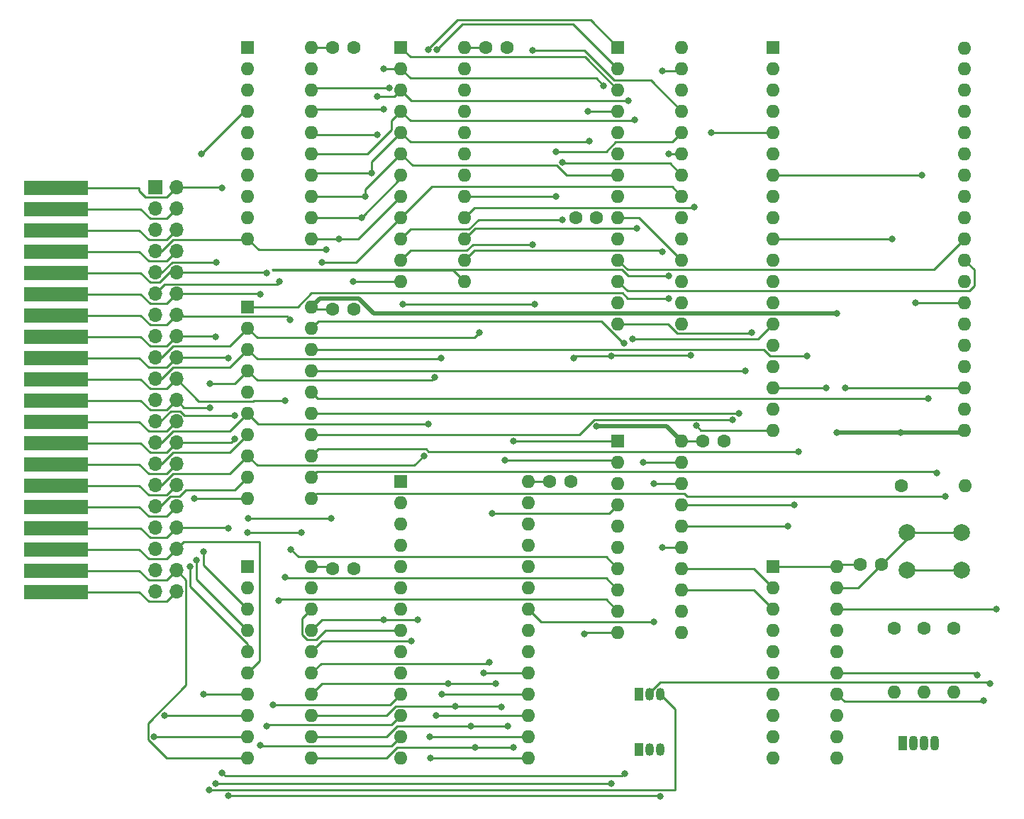
<source format=gbr>
%TF.GenerationSoftware,KiCad,Pcbnew,(5.1.10)-1*%
%TF.CreationDate,2021-06-27T11:46:23-07:00*%
%TF.ProjectId,TRS-IO-M1,5452532d-494f-42d4-9d31-2e6b69636164,rev?*%
%TF.SameCoordinates,Original*%
%TF.FileFunction,Copper,L1,Top*%
%TF.FilePolarity,Positive*%
%FSLAX46Y46*%
G04 Gerber Fmt 4.6, Leading zero omitted, Abs format (unit mm)*
G04 Created by KiCad (PCBNEW (5.1.10)-1) date 2021-06-27 11:46:23*
%MOMM*%
%LPD*%
G01*
G04 APERTURE LIST*
%TA.AperFunction,ComponentPad*%
%ADD10O,1.600000X1.600000*%
%TD*%
%TA.AperFunction,ComponentPad*%
%ADD11R,1.600000X1.600000*%
%TD*%
%TA.AperFunction,ComponentPad*%
%ADD12C,2.000000*%
%TD*%
%TA.AperFunction,ComponentPad*%
%ADD13C,1.600000*%
%TD*%
%TA.AperFunction,ComponentPad*%
%ADD14R,1.050000X1.500000*%
%TD*%
%TA.AperFunction,ComponentPad*%
%ADD15O,1.050000X1.500000*%
%TD*%
%TA.AperFunction,ConnectorPad*%
%ADD16R,7.620000X1.778000*%
%TD*%
%TA.AperFunction,ComponentPad*%
%ADD17O,1.700000X1.700000*%
%TD*%
%TA.AperFunction,ComponentPad*%
%ADD18R,1.700000X1.700000*%
%TD*%
%TA.AperFunction,ComponentPad*%
%ADD19O,1.070000X1.800000*%
%TD*%
%TA.AperFunction,ComponentPad*%
%ADD20R,1.070000X1.800000*%
%TD*%
%TA.AperFunction,ViaPad*%
%ADD21C,0.800000*%
%TD*%
%TA.AperFunction,Conductor*%
%ADD22C,0.500380*%
%TD*%
%TA.AperFunction,Conductor*%
%ADD23C,0.250000*%
%TD*%
G04 APERTURE END LIST*
D10*
%TO.P,U9,20*%
%TO.N,+5V*%
X181737000Y-99009200D03*
%TO.P,U9,10*%
%TO.N,GND*%
X174117000Y-121869200D03*
%TO.P,U9,19*%
%TO.N,SRAM_WE_N*%
X181737000Y-101549200D03*
%TO.P,U9,9*%
%TO.N,OUT_N*%
X174117000Y-119329200D03*
%TO.P,U9,18*%
%TO.N,SRAM_OE_N*%
X181737000Y-104089200D03*
%TO.P,U9,8*%
%TO.N,IN_N*%
X174117000Y-116789200D03*
%TO.P,U9,17*%
%TO.N,S1*%
X181737000Y-106629200D03*
%TO.P,U9,7*%
%TO.N,WR_N*%
X174117000Y-114249200D03*
%TO.P,U9,16*%
%TO.N,S0*%
X181737000Y-109169200D03*
%TO.P,U9,6*%
%TO.N,RD_N*%
X174117000Y-111709200D03*
%TO.P,U9,15*%
%TO.N,DBUS_SEL_N*%
X181737000Y-111709200D03*
%TO.P,U9,5*%
%TO.N,RAS_N*%
X174117000Y-109169200D03*
%TO.P,U9,14*%
%TO.N,ESP_SEL_N*%
X181737000Y-114249200D03*
%TO.P,U9,4*%
%TO.N,ADDR_1*%
X174117000Y-106629200D03*
%TO.P,U9,13*%
%TO.N,READ_N*%
X181737000Y-116789200D03*
%TO.P,U9,3*%
%TO.N,ADDR_0*%
X174117000Y-104089200D03*
%TO.P,U9,12*%
%TO.N,WAIT*%
X181737000Y-119329200D03*
%TO.P,U9,2*%
%TO.N,ADDR_FREHD*%
X174117000Y-101549200D03*
%TO.P,U9,11*%
%TO.N,ESP_WAIT_RELEASE_N*%
X181737000Y-121869200D03*
D11*
%TO.P,U9,1*%
%TO.N,ADDR_TRS_IO*%
X174117000Y-99009200D03*
%TD*%
D10*
%TO.P,U8,24*%
%TO.N,+5V*%
X155829000Y-52019200D03*
%TO.P,U8,12*%
%TO.N,GND*%
X148209000Y-79959200D03*
%TO.P,U8,23*%
%TO.N,Net-(U8-Pad23)*%
X155829000Y-54559200D03*
%TO.P,U8,11*%
%TO.N,AA4*%
X148209000Y-77419200D03*
%TO.P,U8,22*%
%TO.N,Net-(U8-Pad22)*%
X155829000Y-57099200D03*
%TO.P,U8,10*%
%TO.N,AA1*%
X148209000Y-74879200D03*
%TO.P,U8,21*%
%TO.N,ADDR_TRS_IO*%
X155829000Y-59639200D03*
%TO.P,U8,9*%
%TO.N,AA0*%
X148209000Y-72339200D03*
%TO.P,U8,20*%
%TO.N,ADDR_FREHD*%
X155829000Y-62179200D03*
%TO.P,U8,8*%
%TO.N,AA9*%
X148209000Y-69799200D03*
%TO.P,U8,19*%
%TO.N,ADDR_0*%
X155829000Y-64719200D03*
%TO.P,U8,7*%
%TO.N,AA8*%
X148209000Y-67259200D03*
%TO.P,U8,18*%
%TO.N,ADDR_1*%
X155829000Y-67259200D03*
%TO.P,U8,6*%
%TO.N,AA14*%
X148209000Y-64719200D03*
%TO.P,U8,17*%
%TO.N,AA3*%
X155829000Y-69799200D03*
%TO.P,U8,5*%
%TO.N,AA11*%
X148209000Y-62179200D03*
%TO.P,U8,16*%
%TO.N,AA5*%
X155829000Y-72339200D03*
%TO.P,U8,4*%
%TO.N,AA15*%
X148209000Y-59639200D03*
%TO.P,U8,15*%
%TO.N,AA7*%
X155829000Y-74879200D03*
%TO.P,U8,3*%
%TO.N,AA13*%
X148209000Y-57099200D03*
%TO.P,U8,14*%
%TO.N,AA6*%
X155829000Y-77419200D03*
%TO.P,U8,2*%
%TO.N,AA12*%
X148209000Y-54559200D03*
%TO.P,U8,13*%
%TO.N,AA2*%
X155829000Y-79959200D03*
D11*
%TO.P,U8,1*%
%TO.N,AA10*%
X148209000Y-52019200D03*
%TD*%
D10*
%TO.P,U7,20*%
%TO.N,+3V3*%
X200279000Y-113995200D03*
%TO.P,U7,10*%
%TO.N,GND*%
X192659000Y-136855200D03*
%TO.P,U7,19*%
X200279000Y-116535200D03*
%TO.P,U7,9*%
%TO.N,Net-(U7-Pad9)*%
X192659000Y-134315200D03*
%TO.P,U7,18*%
%TO.N,ESP3_SEL_N*%
X200279000Y-119075200D03*
%TO.P,U7,8*%
%TO.N,Net-(U7-Pad8)*%
X192659000Y-131775200D03*
%TO.P,U7,17*%
%TO.N,ESP_READ_N*%
X200279000Y-121615200D03*
%TO.P,U7,7*%
%TO.N,Net-(U7-Pad7)*%
X192659000Y-129235200D03*
%TO.P,U7,16*%
%TO.N,ESP_MISO*%
X200279000Y-124155200D03*
%TO.P,U7,6*%
%TO.N,S1*%
X192659000Y-126695200D03*
%TO.P,U7,15*%
%TO.N,ESP_S0*%
X200279000Y-126695200D03*
%TO.P,U7,5*%
%TO.N,S0*%
X192659000Y-124155200D03*
%TO.P,U7,14*%
%TO.N,ESP_S1*%
X200279000Y-129235200D03*
%TO.P,U7,4*%
%TO.N,MISO*%
X192659000Y-121615200D03*
%TO.P,U7,13*%
%TO.N,Net-(U7-Pad13)*%
X200279000Y-131775200D03*
%TO.P,U7,3*%
%TO.N,READ_N*%
X192659000Y-119075200D03*
%TO.P,U7,12*%
%TO.N,Net-(U7-Pad12)*%
X200279000Y-134315200D03*
%TO.P,U7,2*%
%TO.N,ESP_SEL_N*%
X192659000Y-116535200D03*
%TO.P,U7,11*%
%TO.N,Net-(U7-Pad11)*%
X200279000Y-136855200D03*
D11*
%TO.P,U7,1*%
%TO.N,+3V3*%
X192659000Y-113995200D03*
%TD*%
D10*
%TO.P,U6,20*%
%TO.N,+5V*%
X137541000Y-113995200D03*
%TO.P,U6,10*%
%TO.N,GND*%
X129921000Y-136855200D03*
%TO.P,U6,19*%
X137541000Y-116535200D03*
%TO.P,U6,9*%
%TO.N,A2*%
X129921000Y-134315200D03*
%TO.P,U6,18*%
%TO.N,AA0*%
X137541000Y-119075200D03*
%TO.P,U6,8*%
%TO.N,A6*%
X129921000Y-131775200D03*
%TO.P,U6,17*%
%TO.N,AA1*%
X137541000Y-121615200D03*
%TO.P,U6,7*%
%TO.N,A7*%
X129921000Y-129235200D03*
%TO.P,U6,16*%
%TO.N,AA4*%
X137541000Y-124155200D03*
%TO.P,U6,6*%
%TO.N,A5*%
X129921000Y-126695200D03*
%TO.P,U6,15*%
%TO.N,AA3*%
X137541000Y-126695200D03*
%TO.P,U6,5*%
%TO.N,A3*%
X129921000Y-124155200D03*
%TO.P,U6,14*%
%TO.N,AA5*%
X137541000Y-129235200D03*
%TO.P,U6,4*%
%TO.N,A4*%
X129921000Y-121615200D03*
%TO.P,U6,13*%
%TO.N,AA7*%
X137541000Y-131775200D03*
%TO.P,U6,3*%
%TO.N,A1*%
X129921000Y-119075200D03*
%TO.P,U6,12*%
%TO.N,AA6*%
X137541000Y-134315200D03*
%TO.P,U6,2*%
%TO.N,A0*%
X129921000Y-116535200D03*
%TO.P,U6,11*%
%TO.N,AA2*%
X137541000Y-136855200D03*
D11*
%TO.P,U6,1*%
%TO.N,+5V*%
X129921000Y-113995200D03*
%TD*%
D10*
%TO.P,U5,20*%
%TO.N,+5V*%
X137541000Y-52019200D03*
%TO.P,U5,10*%
%TO.N,GND*%
X129921000Y-74879200D03*
%TO.P,U5,19*%
X137541000Y-54559200D03*
%TO.P,U5,9*%
%TO.N,A9*%
X129921000Y-72339200D03*
%TO.P,U5,18*%
%TO.N,AA10*%
X137541000Y-57099200D03*
%TO.P,U5,8*%
%TO.N,A8*%
X129921000Y-69799200D03*
%TO.P,U5,17*%
%TO.N,AA12*%
X137541000Y-59639200D03*
%TO.P,U5,7*%
%TO.N,A14*%
X129921000Y-67259200D03*
%TO.P,U5,16*%
%TO.N,AA13*%
X137541000Y-62179200D03*
%TO.P,U5,6*%
%TO.N,A11*%
X129921000Y-64719200D03*
%TO.P,U5,15*%
%TO.N,AA15*%
X137541000Y-64719200D03*
%TO.P,U5,5*%
%TO.N,A15*%
X129921000Y-62179200D03*
%TO.P,U5,14*%
%TO.N,AA11*%
X137541000Y-67259200D03*
%TO.P,U5,4*%
%TO.N,A13*%
X129921000Y-59639200D03*
%TO.P,U5,13*%
%TO.N,AA14*%
X137541000Y-69799200D03*
%TO.P,U5,3*%
%TO.N,A12*%
X129921000Y-57099200D03*
%TO.P,U5,12*%
%TO.N,AA8*%
X137541000Y-72339200D03*
%TO.P,U5,2*%
%TO.N,A10*%
X129921000Y-54559200D03*
%TO.P,U5,11*%
%TO.N,AA9*%
X137541000Y-74879200D03*
D11*
%TO.P,U5,1*%
%TO.N,+5V*%
X129921000Y-52019200D03*
%TD*%
D10*
%TO.P,U4,20*%
%TO.N,+3V3*%
X137541000Y-83007200D03*
%TO.P,U4,10*%
%TO.N,GND*%
X129921000Y-105867200D03*
%TO.P,U4,19*%
%TO.N,DBUS_SEL_N*%
X137541000Y-85547200D03*
%TO.P,U4,9*%
%TO.N,D2*%
X129921000Y-103327200D03*
%TO.P,U4,18*%
%TO.N,DD4*%
X137541000Y-88087200D03*
%TO.P,U4,8*%
%TO.N,D0*%
X129921000Y-100787200D03*
%TO.P,U4,17*%
%TO.N,DD7*%
X137541000Y-90627200D03*
%TO.P,U4,7*%
%TO.N,D5*%
X129921000Y-98247200D03*
%TO.P,U4,16*%
%TO.N,DD1*%
X137541000Y-93167200D03*
%TO.P,U4,6*%
%TO.N,D3*%
X129921000Y-95707200D03*
%TO.P,U4,15*%
%TO.N,DD6*%
X137541000Y-95707200D03*
%TO.P,U4,5*%
%TO.N,D6*%
X129921000Y-93167200D03*
%TO.P,U4,14*%
%TO.N,DD3*%
X137541000Y-98247200D03*
%TO.P,U4,4*%
%TO.N,D1*%
X129921000Y-90627200D03*
%TO.P,U4,13*%
%TO.N,DD5*%
X137541000Y-100787200D03*
%TO.P,U4,3*%
%TO.N,D7*%
X129921000Y-88087200D03*
%TO.P,U4,12*%
%TO.N,DD0*%
X137541000Y-103327200D03*
%TO.P,U4,2*%
%TO.N,D4*%
X129921000Y-85547200D03*
%TO.P,U4,11*%
%TO.N,DD2*%
X137541000Y-105867200D03*
D11*
%TO.P,U4,1*%
%TO.N,READ_N*%
X129921000Y-83007200D03*
%TD*%
D10*
%TO.P,U3,28*%
%TO.N,AA7*%
X181737000Y-52019200D03*
%TO.P,U3,14*%
%TO.N,MISO*%
X174117000Y-85039200D03*
%TO.P,U3,27*%
%TO.N,AA6*%
X181737000Y-54559200D03*
%TO.P,U3,13*%
%TO.N,MOSI*%
X174117000Y-82499200D03*
%TO.P,U3,26*%
%TO.N,AA5*%
X181737000Y-57099200D03*
%TO.P,U3,12*%
%TO.N,SCK*%
X174117000Y-79959200D03*
%TO.P,U3,25*%
%TO.N,AA4*%
X181737000Y-59639200D03*
%TO.P,U3,11*%
%TO.N,CS23S17*%
X174117000Y-77419200D03*
%TO.P,U3,24*%
%TO.N,AA3*%
X181737000Y-62179200D03*
%TO.P,U3,10*%
%TO.N,GND*%
X174117000Y-74879200D03*
%TO.P,U3,23*%
%TO.N,AA2*%
X181737000Y-64719200D03*
%TO.P,U3,9*%
%TO.N,+5V*%
X174117000Y-72339200D03*
%TO.P,U3,22*%
%TO.N,AA1*%
X181737000Y-67259200D03*
%TO.P,U3,8*%
%TO.N,AA15*%
X174117000Y-69799200D03*
%TO.P,U3,21*%
%TO.N,AA0*%
X181737000Y-69799200D03*
%TO.P,U3,7*%
%TO.N,AA14*%
X174117000Y-67259200D03*
%TO.P,U3,20*%
%TO.N,Net-(U3-Pad20)*%
X181737000Y-72339200D03*
%TO.P,U3,6*%
%TO.N,AA13*%
X174117000Y-64719200D03*
%TO.P,U3,19*%
%TO.N,Net-(U3-Pad19)*%
X181737000Y-74879200D03*
%TO.P,U3,5*%
%TO.N,AA12*%
X174117000Y-62179200D03*
%TO.P,U3,18*%
%TO.N,+5V*%
X181737000Y-77419200D03*
%TO.P,U3,4*%
%TO.N,AA11*%
X174117000Y-59639200D03*
%TO.P,U3,17*%
%TO.N,GND*%
X181737000Y-79959200D03*
%TO.P,U3,3*%
%TO.N,AA10*%
X174117000Y-57099200D03*
%TO.P,U3,16*%
%TO.N,GND*%
X181737000Y-82499200D03*
%TO.P,U3,2*%
%TO.N,AA9*%
X174117000Y-54559200D03*
%TO.P,U3,15*%
%TO.N,GND*%
X181737000Y-85039200D03*
D11*
%TO.P,U3,1*%
%TO.N,AA8*%
X174117000Y-52019200D03*
%TD*%
D10*
%TO.P,U2,28*%
%TO.N,+5V*%
X163399000Y-103845200D03*
%TO.P,U2,14*%
%TO.N,GND*%
X148159000Y-136865200D03*
%TO.P,U2,27*%
%TO.N,SRAM_WE_N*%
X163399000Y-106385200D03*
%TO.P,U2,13*%
%TO.N,D2*%
X148159000Y-134325200D03*
%TO.P,U2,26*%
%TO.N,AA3*%
X163399000Y-108925200D03*
%TO.P,U2,12*%
%TO.N,D5*%
X148159000Y-131785200D03*
%TO.P,U2,25*%
%TO.N,AA5*%
X163399000Y-111465200D03*
%TO.P,U2,11*%
%TO.N,D6*%
X148159000Y-129245200D03*
%TO.P,U2,24*%
%TO.N,AA7*%
X163399000Y-114005200D03*
%TO.P,U2,10*%
%TO.N,AA4*%
X148159000Y-126705200D03*
%TO.P,U2,23*%
%TO.N,AA6*%
X163399000Y-116545200D03*
%TO.P,U2,9*%
%TO.N,AA1*%
X148159000Y-124165200D03*
%TO.P,U2,22*%
%TO.N,SRAM_OE_N*%
X163399000Y-119085200D03*
%TO.P,U2,8*%
%TO.N,AA0*%
X148159000Y-121625200D03*
%TO.P,U2,21*%
%TO.N,AA2*%
X163399000Y-121625200D03*
%TO.P,U2,7*%
%TO.N,AA9*%
X148159000Y-119085200D03*
%TO.P,U2,20*%
%TO.N,GND*%
X163399000Y-124165200D03*
%TO.P,U2,6*%
%TO.N,AA8*%
X148159000Y-116545200D03*
%TO.P,U2,19*%
%TO.N,D4*%
X163399000Y-126705200D03*
%TO.P,U2,5*%
%TO.N,AA14*%
X148159000Y-114005200D03*
%TO.P,U2,18*%
%TO.N,D7*%
X163399000Y-129245200D03*
%TO.P,U2,4*%
%TO.N,AA11*%
X148159000Y-111465200D03*
%TO.P,U2,17*%
%TO.N,D1*%
X163399000Y-131785200D03*
%TO.P,U2,3*%
%TO.N,AA13*%
X148159000Y-108925200D03*
%TO.P,U2,16*%
%TO.N,D3*%
X163399000Y-134325200D03*
%TO.P,U2,2*%
%TO.N,AA12*%
X148159000Y-106385200D03*
%TO.P,U2,15*%
%TO.N,D0*%
X163399000Y-136865200D03*
D11*
%TO.P,U2,1*%
%TO.N,AA10*%
X148159000Y-103845200D03*
%TD*%
D10*
%TO.P,U1,38*%
%TO.N,+5V*%
X215519000Y-52082700D03*
%TO.P,U1,37*%
%TO.N,Net-(U1-Pad37)*%
X215519000Y-54559200D03*
%TO.P,U1,19*%
%TO.N,GND*%
X192659000Y-97739200D03*
%TO.P,U1,36*%
%TO.N,Net-(U1-Pad36)*%
X215519000Y-57099200D03*
%TO.P,U1,18*%
%TO.N,Net-(U1-Pad18)*%
X192659000Y-95199200D03*
%TO.P,U1,35*%
%TO.N,Net-(U1-Pad35)*%
X215519000Y-59639200D03*
%TO.P,U1,17*%
%TO.N,ESP_MISO*%
X192659000Y-92659200D03*
%TO.P,U1,34*%
%TO.N,DD1*%
X215519000Y-62179200D03*
%TO.P,U1,16*%
%TO.N,Net-(U1-Pad16)*%
X192659000Y-90119200D03*
%TO.P,U1,33*%
%TO.N,GND*%
X215519000Y-64719200D03*
%TO.P,U1,15*%
%TO.N,Net-(U1-Pad15)*%
X192659000Y-87579200D03*
%TO.P,U1,32*%
%TO.N,DD0*%
X215519000Y-67259200D03*
%TO.P,U1,14*%
%TO.N,MOSI*%
X192659000Y-85039200D03*
%TO.P,U1,31*%
%TO.N,DD2*%
X215519000Y-69799200D03*
%TO.P,U1,13*%
%TO.N,GND*%
X192659000Y-82499200D03*
%TO.P,U1,30*%
%TO.N,ESP3_SEL_N*%
X215519000Y-72339200D03*
%TO.P,U1,12*%
%TO.N,DD7*%
X192659000Y-79959200D03*
%TO.P,U1,29*%
%TO.N,CS23S17*%
X215519000Y-74879200D03*
%TO.P,U1,11*%
%TO.N,DD6*%
X192659000Y-77419200D03*
%TO.P,U1,28*%
%TO.N,SCK*%
X215519000Y-77419200D03*
%TO.P,U1,10*%
%TO.N,LED_RED*%
X192659000Y-74879200D03*
%TO.P,U1,27*%
%TO.N,ESP_INT*%
X215519000Y-79959200D03*
%TO.P,U1,9*%
%TO.N,DD5*%
X192659000Y-72339200D03*
%TO.P,U1,26*%
%TO.N,LED_BLUE*%
X215519000Y-82499200D03*
%TO.P,U1,8*%
%TO.N,DD4*%
X192659000Y-69799200D03*
%TO.P,U1,25*%
%TO.N,ESP_S1*%
X215519000Y-85039200D03*
%TO.P,U1,7*%
%TO.N,LED_GREEN*%
X192659000Y-67259200D03*
%TO.P,U1,24*%
%TO.N,ESP_S0*%
X215519000Y-87579200D03*
%TO.P,U1,6*%
%TO.N,Net-(U1-Pad6)*%
X192659000Y-64719200D03*
%TO.P,U1,23*%
%TO.N,BUTTON*%
X215519000Y-90119200D03*
%TO.P,U1,5*%
%TO.N,ESP_WAIT_RELEASE_N*%
X192659000Y-62179200D03*
%TO.P,U1,22*%
%TO.N,ESP_READ_N*%
X215519000Y-92659200D03*
%TO.P,U1,4*%
%TO.N,DD3*%
X192659000Y-59639200D03*
%TO.P,U1,21*%
%TO.N,Net-(U1-Pad21)*%
X215519000Y-95199200D03*
%TO.P,U1,3*%
%TO.N,Net-(U1-Pad3)*%
X192659000Y-57099200D03*
%TO.P,U1,20*%
%TO.N,+3V3*%
X215519000Y-97739200D03*
%TO.P,U1,2*%
%TO.N,Net-(U1-Pad2)*%
X192659000Y-54559200D03*
D11*
%TO.P,U1,1*%
%TO.N,Net-(U1-Pad1)*%
X192659000Y-52019200D03*
%TD*%
D12*
%TO.P,SW1,1*%
%TO.N,GND*%
X215132500Y-109931200D03*
%TO.P,SW1,2*%
%TO.N,BUTTON*%
X215132500Y-114431200D03*
%TO.P,SW1,1*%
%TO.N,GND*%
X208632500Y-109931200D03*
%TO.P,SW1,2*%
%TO.N,BUTTON*%
X208632500Y-114431200D03*
%TD*%
D10*
%TO.P,R4,2*%
%TO.N,BUTTON*%
X215582500Y-104343200D03*
D13*
%TO.P,R4,1*%
%TO.N,+3V3*%
X207962500Y-104343200D03*
%TD*%
D10*
%TO.P,R3,2*%
%TO.N,Net-(D1-Pad3)*%
X210693000Y-128981200D03*
D13*
%TO.P,R3,1*%
%TO.N,LED_BLUE*%
X210693000Y-121361200D03*
%TD*%
D10*
%TO.P,R2,2*%
%TO.N,Net-(D1-Pad4)*%
X214249000Y-128981200D03*
D13*
%TO.P,R2,1*%
%TO.N,LED_GREEN*%
X214249000Y-121361200D03*
%TD*%
D10*
%TO.P,R1,2*%
%TO.N,Net-(D1-Pad1)*%
X207137000Y-128981200D03*
D13*
%TO.P,R1,1*%
%TO.N,LED_RED*%
X207137000Y-121361200D03*
%TD*%
D14*
%TO.P,Q2,1*%
%TO.N,GND*%
X176657000Y-129235200D03*
D15*
%TO.P,Q2,3*%
%TO.N,INT_N*%
X179197000Y-129235200D03*
%TO.P,Q2,2*%
%TO.N,ESP_INT*%
X177927000Y-129235200D03*
%TD*%
D14*
%TO.P,Q1,1*%
%TO.N,GND*%
X176657000Y-135839200D03*
D15*
%TO.P,Q1,3*%
%TO.N,WAIT_N*%
X179197000Y-135839200D03*
%TO.P,Q1,2*%
%TO.N,WAIT*%
X177927000Y-135839200D03*
%TD*%
D16*
%TO.P,J2,2*%
%TO.N,RAS_N*%
X107061000Y-68783200D03*
%TO.P,J2,4*%
%TO.N,CAS_N*%
X107061000Y-71323200D03*
%TO.P,J2,6*%
%TO.N,A12*%
X107061000Y-73863200D03*
%TO.P,J2,8*%
%TO.N,A15*%
X107061000Y-76403200D03*
%TO.P,J2,10*%
%TO.N,A11*%
X107061000Y-78943200D03*
%TO.P,J2,12*%
%TO.N,A8*%
X107061000Y-81483200D03*
%TO.P,J2,14*%
%TO.N,WR_N*%
X107061000Y-84023200D03*
%TO.P,J2,16*%
%TO.N,RD_N*%
X107061000Y-86563200D03*
%TO.P,J2,18*%
%TO.N,A9*%
X107061000Y-89103200D03*
%TO.P,J2,20*%
%TO.N,IN_N*%
X107061000Y-91643200D03*
%TO.P,J2,22*%
%TO.N,INT_N*%
X107061000Y-94183200D03*
%TO.P,J2,24*%
%TO.N,TEST_N*%
X107061000Y-96723200D03*
%TO.P,J2,26*%
%TO.N,A0*%
X107061000Y-99263200D03*
%TO.P,J2,28*%
%TO.N,A1*%
X107061000Y-101803200D03*
%TO.P,J2,30*%
%TO.N,GND*%
X107061000Y-104343200D03*
%TO.P,J2,32*%
%TO.N,A4*%
X107061000Y-106883200D03*
%TO.P,J2,34*%
%TO.N,WAIT_N*%
X107061000Y-109423200D03*
%TO.P,J2,36*%
%TO.N,A5*%
X107061000Y-111963200D03*
%TO.P,J2,38*%
%TO.N,GND*%
X107061000Y-114503200D03*
%TO.P,J2,40*%
%TO.N,5V*%
X107061000Y-117043200D03*
%TD*%
D17*
%TO.P,J1,40*%
%TO.N,5V*%
X121379000Y-117019200D03*
%TO.P,J1,39*%
%TO.N,A2*%
X118839000Y-117019200D03*
%TO.P,J1,38*%
%TO.N,GND*%
X121379000Y-114479200D03*
%TO.P,J1,37*%
%TO.N,A6*%
X118839000Y-114479200D03*
%TO.P,J1,36*%
%TO.N,A5*%
X121379000Y-111939200D03*
%TO.P,J1,35*%
%TO.N,A7*%
X118839000Y-111939200D03*
%TO.P,J1,34*%
%TO.N,WAIT_N*%
X121379000Y-109399200D03*
%TO.P,J1,33*%
%TO.N,A3*%
X118839000Y-109399200D03*
%TO.P,J1,32*%
%TO.N,A4*%
X121379000Y-106859200D03*
%TO.P,J1,31*%
%TO.N,D2*%
X118839000Y-106859200D03*
%TO.P,J1,30*%
%TO.N,GND*%
X121379000Y-104319200D03*
%TO.P,J1,29*%
%TO.N,D0*%
X118839000Y-104319200D03*
%TO.P,J1,28*%
%TO.N,A1*%
X121379000Y-101779200D03*
%TO.P,J1,27*%
%TO.N,D5*%
X118839000Y-101779200D03*
%TO.P,J1,26*%
%TO.N,A0*%
X121379000Y-99239200D03*
%TO.P,J1,25*%
%TO.N,D3*%
X118839000Y-99239200D03*
%TO.P,J1,24*%
%TO.N,TEST_N*%
X121379000Y-96699200D03*
%TO.P,J1,23*%
%TO.N,D6*%
X118839000Y-96699200D03*
%TO.P,J1,22*%
%TO.N,INT_N*%
X121379000Y-94159200D03*
%TO.P,J1,21*%
%TO.N,D1*%
X118839000Y-94159200D03*
%TO.P,J1,20*%
%TO.N,IN_N*%
X121379000Y-91619200D03*
%TO.P,J1,19*%
%TO.N,D7*%
X118839000Y-91619200D03*
%TO.P,J1,18*%
%TO.N,A9*%
X121379000Y-89079200D03*
%TO.P,J1,17*%
%TO.N,D4*%
X118839000Y-89079200D03*
%TO.P,J1,16*%
%TO.N,RD_N*%
X121379000Y-86539200D03*
%TO.P,J1,15*%
%TO.N,MUX*%
X118839000Y-86539200D03*
%TO.P,J1,14*%
%TO.N,WR_N*%
X121379000Y-83999200D03*
%TO.P,J1,13*%
%TO.N,INTACK_N*%
X118839000Y-83999200D03*
%TO.P,J1,12*%
%TO.N,A8*%
X121379000Y-81459200D03*
%TO.P,J1,11*%
%TO.N,OUT_N*%
X118839000Y-81459200D03*
%TO.P,J1,10*%
%TO.N,A11*%
X121379000Y-78919200D03*
%TO.P,J1,9*%
%TO.N,A14*%
X118839000Y-78919200D03*
%TO.P,J1,8*%
%TO.N,A15*%
X121379000Y-76379200D03*
%TO.P,J1,7*%
%TO.N,GND*%
X118839000Y-76379200D03*
%TO.P,J1,6*%
%TO.N,A12*%
X121379000Y-73839200D03*
%TO.P,J1,5*%
%TO.N,A13*%
X118839000Y-73839200D03*
%TO.P,J1,4*%
%TO.N,CAS_N*%
X121379000Y-71299200D03*
%TO.P,J1,3*%
%TO.N,A10*%
X118839000Y-71299200D03*
%TO.P,J1,2*%
%TO.N,RAS_N*%
X121379000Y-68759200D03*
D18*
%TO.P,J1,1*%
%TO.N,SYSRES_N*%
X118839000Y-68759200D03*
%TD*%
D19*
%TO.P,D1,4*%
%TO.N,Net-(D1-Pad4)*%
X211963000Y-135077200D03*
%TO.P,D1,3*%
%TO.N,Net-(D1-Pad3)*%
X210693000Y-135077200D03*
%TO.P,D1,2*%
%TO.N,GND*%
X209423000Y-135077200D03*
D20*
%TO.P,D1,1*%
%TO.N,Net-(D1-Pad1)*%
X208153000Y-135077200D03*
%TD*%
D13*
%TO.P,C8,2*%
%TO.N,GND*%
X160869000Y-52019200D03*
%TO.P,C8,1*%
%TO.N,+5V*%
X158369000Y-52019200D03*
%TD*%
%TO.P,C7,2*%
%TO.N,GND*%
X142581000Y-52019200D03*
%TO.P,C7,1*%
%TO.N,+5V*%
X140081000Y-52019200D03*
%TD*%
%TO.P,C6,2*%
%TO.N,GND*%
X142581000Y-114249200D03*
%TO.P,C6,1*%
%TO.N,+5V*%
X140081000Y-114249200D03*
%TD*%
%TO.P,C5,2*%
%TO.N,GND*%
X205573000Y-113741200D03*
%TO.P,C5,1*%
%TO.N,+3V3*%
X203073000Y-113741200D03*
%TD*%
%TO.P,C4,2*%
%TO.N,GND*%
X142581000Y-83261200D03*
%TO.P,C4,1*%
%TO.N,+3V3*%
X140081000Y-83261200D03*
%TD*%
%TO.P,C3,2*%
%TO.N,GND*%
X169077000Y-72339200D03*
%TO.P,C3,1*%
%TO.N,+5V*%
X171577000Y-72339200D03*
%TD*%
%TO.P,C2,2*%
%TO.N,GND*%
X186777000Y-99009200D03*
%TO.P,C2,1*%
%TO.N,+5V*%
X184277000Y-99009200D03*
%TD*%
%TO.P,C1,2*%
%TO.N,GND*%
X168489000Y-103835200D03*
%TO.P,C1,1*%
%TO.N,+5V*%
X165989000Y-103835200D03*
%TD*%
D21*
%TO.N,+5V*%
X171577000Y-97231200D03*
X129921000Y-109931200D03*
X136290809Y-109951009D03*
%TO.N,GND*%
X170103800Y-122097800D03*
X182829200Y-88812200D03*
X173278800Y-88900000D03*
X168859200Y-89154000D03*
X148412200Y-82651600D03*
X164134800Y-82677000D03*
X142519400Y-79984600D03*
X139268200Y-76200000D03*
X129946400Y-108229400D03*
X139877800Y-108254800D03*
X123571000Y-105867200D03*
X183464200Y-97194200D03*
%TO.N,+3V3*%
X200279000Y-97993200D03*
X200279000Y-83769200D03*
X207899000Y-97993200D03*
%TO.N,RAS_N*%
X126873000Y-68783200D03*
X174951002Y-138705202D03*
X126873000Y-138633200D03*
%TO.N,A13*%
X124346000Y-64719200D03*
%TO.N,A11*%
X132207000Y-78943200D03*
%TO.N,A14*%
X126148000Y-77673200D03*
%TO.N,A8*%
X131445000Y-81483200D03*
%TO.N,OUT_N*%
X133620000Y-118059200D03*
X133731000Y-79959200D03*
%TO.N,WR_N*%
X135070000Y-111963200D03*
X135001000Y-84531200D03*
%TO.N,RD_N*%
X126111000Y-86563200D03*
X126111000Y-139903200D03*
X173355000Y-139903200D03*
%TO.N,A9*%
X127635000Y-89103200D03*
%TO.N,D4*%
X158115000Y-126695200D03*
X157607000Y-86055200D03*
%TO.N,IN_N*%
X134345000Y-115265200D03*
X134345000Y-94183200D03*
%TO.N,D7*%
X153104000Y-129235200D03*
X153035000Y-89103200D03*
%TO.N,INT_N*%
X125386000Y-95017201D03*
X125349000Y-140665200D03*
%TO.N,D1*%
X152379000Y-131775200D03*
X152273000Y-91389200D03*
X125386000Y-92151200D03*
%TO.N,D6*%
X132895000Y-130505200D03*
X128397000Y-95961200D03*
%TO.N,A0*%
X128392347Y-98750547D03*
%TO.N,D3*%
X151654000Y-134315200D03*
X151511000Y-96977200D03*
%TO.N,A1*%
X124661000Y-112217200D03*
%TO.N,D5*%
X132170000Y-133045200D03*
%TO.N,D0*%
X151765000Y-136855200D03*
X150929000Y-100787200D03*
%TO.N,A4*%
X123825000Y-113233200D03*
%TO.N,D2*%
X131445000Y-135331200D03*
%TO.N,WAIT_N*%
X127635000Y-109423200D03*
X127635000Y-141390200D03*
X179197000Y-141427200D03*
%TO.N,A3*%
X123063000Y-113995200D03*
%TO.N,A7*%
X124661000Y-129235200D03*
%TO.N,A6*%
X120015000Y-131775200D03*
%TO.N,A2*%
X118745000Y-134315200D03*
%TO.N,ESP_INT*%
X218567000Y-127965200D03*
%TO.N,ESP_READ_N*%
X201295000Y-92659200D03*
%TO.N,ESP_S0*%
X217043000Y-126949200D03*
%TO.N,ESP_S1*%
X217805000Y-129997200D03*
%TO.N,ESP_WAIT_RELEASE_N*%
X185293000Y-62179200D03*
%TO.N,MOSI*%
X175895000Y-86817200D03*
%TO.N,ESP_MISO*%
X199009000Y-92659200D03*
%TO.N,ESP3_SEL_N*%
X219329000Y-119075200D03*
%TO.N,READ_N*%
X180213000Y-81991200D03*
%TO.N,MISO*%
X190119000Y-86092200D03*
%TO.N,S0*%
X194437000Y-109169200D03*
%TO.N,S1*%
X195199000Y-106629200D03*
%TO.N,DD3*%
X187833000Y-96469200D03*
%TO.N,DD4*%
X196723000Y-88849200D03*
%TO.N,DD5*%
X195707000Y-100279200D03*
%TO.N,DD6*%
X188595000Y-95707200D03*
%TO.N,DD7*%
X189357000Y-90627200D03*
%TO.N,DD2*%
X213233000Y-105613200D03*
%TO.N,DD0*%
X212217000Y-102819200D03*
%TO.N,DD1*%
X211201000Y-93929200D03*
%TO.N,AA14*%
X143965000Y-69799200D03*
%TO.N,AA12*%
X146177000Y-59385200D03*
X146111185Y-54559200D03*
X172427190Y-56591200D03*
%TO.N,AA7*%
X160221000Y-130759200D03*
X154713999Y-130660199D03*
X176403000Y-73609200D03*
%TO.N,AA6*%
X160946000Y-133045200D03*
X156554000Y-133045200D03*
X179451000Y-76403200D03*
X179451000Y-54813200D03*
%TO.N,AA5*%
X159496000Y-127965200D03*
X153829000Y-127965200D03*
X183261000Y-71069200D03*
%TO.N,AA4*%
X149479000Y-122885200D03*
X163957000Y-52419201D03*
X163957000Y-75569199D03*
%TO.N,AA3*%
X158771000Y-125425200D03*
X166751000Y-69799200D03*
X166751000Y-64465200D03*
%TO.N,AA10*%
X146836185Y-56824637D03*
%TO.N,AA2*%
X161671000Y-135585200D03*
X157099000Y-135585200D03*
X180213000Y-79269201D03*
X180213000Y-64719200D03*
%TO.N,SRAM_OE_N*%
X178435000Y-120599200D03*
X178435000Y-104089200D03*
%TO.N,AA1*%
X150204000Y-120345200D03*
X146177000Y-120345200D03*
X167513000Y-72593200D03*
X167513000Y-65735200D03*
%TO.N,AA11*%
X144690000Y-67005200D03*
X170726810Y-63195200D03*
X170561000Y-59639200D03*
%TO.N,AA0*%
X138811000Y-77673200D03*
%TO.N,AA9*%
X140843000Y-74879200D03*
X152527000Y-52273200D03*
%TO.N,AA8*%
X143514990Y-72339200D03*
X151511000Y-52273200D03*
%TO.N,AA13*%
X145415000Y-62433200D03*
X145386185Y-57861200D03*
X175387000Y-58369200D03*
%TO.N,SRAM_WE_N*%
X177165000Y-101549200D03*
%TO.N,AA15*%
X176112000Y-60655200D03*
%TO.N,DBUS_SEL_N*%
X174879000Y-87362200D03*
X179451000Y-111709200D03*
%TO.N,ADDR_TRS_IO*%
X161671000Y-99009200D03*
%TO.N,ADDR_FREHD*%
X160618000Y-101295200D03*
%TO.N,ADDR_1*%
X159131000Y-107645200D03*
%TO.N,LED_GREEN*%
X210439000Y-67259200D03*
%TO.N,LED_BLUE*%
X209677000Y-82499200D03*
%TO.N,LED_RED*%
X206883000Y-74879200D03*
%TD*%
D22*
%TO.N,+5V*%
X179959000Y-97231200D02*
X171577000Y-97231200D01*
X181737000Y-99009200D02*
X179959000Y-97231200D01*
D23*
X176657000Y-72339200D02*
X181737000Y-77419200D01*
X174117000Y-72339200D02*
X176657000Y-72339200D01*
X181737000Y-99009200D02*
X184277000Y-99009200D01*
X165979000Y-103845200D02*
X165989000Y-103835200D01*
X163399000Y-103845200D02*
X165979000Y-103845200D01*
X139827000Y-113995200D02*
X140081000Y-114249200D01*
X137541000Y-113995200D02*
X139827000Y-113995200D01*
X158369000Y-52019200D02*
X155829000Y-52019200D01*
X140081000Y-52019200D02*
X137541000Y-52019200D01*
X129921000Y-109931200D02*
X136271000Y-109931200D01*
X136271000Y-109931200D02*
X136290809Y-109951009D01*
%TO.N,GND*%
X107061000Y-114503200D02*
X116967000Y-114503200D01*
X120203999Y-115654201D02*
X121379000Y-114479200D01*
X118118001Y-115654201D02*
X120203999Y-115654201D01*
X116967000Y-114503200D02*
X118118001Y-115654201D01*
X107061000Y-104343200D02*
X116967000Y-104343200D01*
X120203999Y-105494201D02*
X121379000Y-104319200D01*
X118118001Y-105494201D02*
X120203999Y-105494201D01*
X116967000Y-104343200D02*
X118118001Y-105494201D01*
X170332400Y-121869200D02*
X170103800Y-122097800D01*
X174117000Y-121869200D02*
X170332400Y-121869200D01*
X215132500Y-109931200D02*
X208632500Y-109931200D01*
X208632500Y-110681700D02*
X208632500Y-109931200D01*
X205573000Y-113741200D02*
X208632500Y-110681700D01*
X202779000Y-116535200D02*
X205573000Y-113741200D01*
X200279000Y-116535200D02*
X202779000Y-116535200D01*
X182843000Y-88798400D02*
X182829200Y-88812200D01*
X173366600Y-88812200D02*
X173278800Y-88900000D01*
X182829200Y-88812200D02*
X173366600Y-88812200D01*
X169113200Y-88900000D02*
X168859200Y-89154000D01*
X173278800Y-88900000D02*
X169113200Y-88900000D01*
X164109400Y-82651600D02*
X164134800Y-82677000D01*
X148412200Y-82651600D02*
X164109400Y-82651600D01*
X142544800Y-79959200D02*
X142519400Y-79984600D01*
X148209000Y-79959200D02*
X142544800Y-79959200D01*
X131241800Y-76200000D02*
X139268200Y-76200000D01*
X129921000Y-74879200D02*
X131241800Y-76200000D01*
X139852400Y-108229400D02*
X139877800Y-108254800D01*
X130022600Y-108229400D02*
X139852400Y-108229400D01*
X129921000Y-105867200D02*
X123571000Y-105867200D01*
X120211998Y-136855200D02*
X129921000Y-136855200D01*
X118019999Y-134663201D02*
X120211998Y-136855200D01*
X118019999Y-132697199D02*
X118019999Y-134663201D01*
X122554001Y-128163197D02*
X118019999Y-132697199D01*
X122554001Y-115654201D02*
X122554001Y-128163197D01*
X121379000Y-114479200D02*
X122554001Y-115654201D01*
X184009200Y-97739200D02*
X183464200Y-97194200D01*
X192659000Y-97739200D02*
X184009200Y-97739200D01*
X129785999Y-75014201D02*
X129921000Y-74879200D01*
X121004997Y-75014201D02*
X129785999Y-75014201D01*
X119639998Y-76379200D02*
X121004997Y-75014201D01*
X118839000Y-76379200D02*
X119639998Y-76379200D01*
D22*
%TO.N,+3V3*%
X215265000Y-97993200D02*
X215519000Y-97739200D01*
X144939284Y-83769200D02*
X200279000Y-83769200D01*
X138537191Y-82011009D02*
X143181093Y-82011009D01*
X143181093Y-82011009D02*
X144939284Y-83769200D01*
X137541000Y-83007200D02*
X138537191Y-82011009D01*
D23*
X137795000Y-83261200D02*
X137541000Y-83007200D01*
X140081000Y-83261200D02*
X137795000Y-83261200D01*
X200279000Y-113995200D02*
X192659000Y-113995200D01*
X200533000Y-113741200D02*
X200279000Y-113995200D01*
X203073000Y-113741200D02*
X200533000Y-113741200D01*
D22*
X207899000Y-97993200D02*
X215265000Y-97993200D01*
X200279000Y-97993200D02*
X207899000Y-97993200D01*
D23*
%TO.N,RAS_N*%
X126849000Y-68759200D02*
X126873000Y-68783200D01*
X121379000Y-68759200D02*
X126849000Y-68759200D01*
X174623005Y-139033199D02*
X174951002Y-138705202D01*
X127272999Y-139033199D02*
X174623005Y-139033199D01*
X126873000Y-138633200D02*
X127272999Y-139033199D01*
X107061000Y-68783200D02*
X116967000Y-68783200D01*
X120203999Y-69934201D02*
X121379000Y-68759200D01*
X117728999Y-69934201D02*
X120203999Y-69934201D01*
X116967000Y-69172202D02*
X117728999Y-69934201D01*
X116967000Y-68783200D02*
X116967000Y-69172202D01*
%TO.N,CAS_N*%
X120203999Y-72474201D02*
X121379000Y-71299200D01*
X118274999Y-72474201D02*
X120203999Y-72474201D01*
X117123998Y-71323200D02*
X118274999Y-72474201D01*
X107061000Y-71323200D02*
X117123998Y-71323200D01*
%TO.N,A12*%
X107061000Y-73863200D02*
X116967000Y-73863200D01*
X120203999Y-75014201D02*
X121379000Y-73839200D01*
X118118001Y-75014201D02*
X120203999Y-75014201D01*
X116967000Y-73863200D02*
X118118001Y-75014201D01*
%TO.N,A13*%
X129426000Y-59639200D02*
X129921000Y-59639200D01*
X124346000Y-64719200D02*
X129426000Y-59639200D01*
%TO.N,A15*%
X107061000Y-76403200D02*
X116967000Y-76403200D01*
X120203999Y-77554201D02*
X121379000Y-76379200D01*
X118118001Y-77554201D02*
X120203999Y-77554201D01*
X116967000Y-76403200D02*
X118118001Y-77554201D01*
%TO.N,A11*%
X119403001Y-80094201D02*
X120578002Y-78919200D01*
X118274999Y-80094201D02*
X119403001Y-80094201D01*
X120578002Y-78919200D02*
X121379000Y-78919200D01*
X117123998Y-78943200D02*
X118274999Y-80094201D01*
X107061000Y-78943200D02*
X117123998Y-78943200D01*
X132183000Y-78919200D02*
X132207000Y-78943200D01*
X121379000Y-78919200D02*
X132183000Y-78919200D01*
%TO.N,A14*%
X120885998Y-77673200D02*
X126148000Y-77673200D01*
X119639998Y-78919200D02*
X120885998Y-77673200D01*
X118839000Y-78919200D02*
X119639998Y-78919200D01*
%TO.N,A8*%
X120203999Y-82634201D02*
X121379000Y-81459200D01*
X118274999Y-82634201D02*
X120203999Y-82634201D01*
X117123998Y-81483200D02*
X118274999Y-82634201D01*
X107061000Y-81483200D02*
X117123998Y-81483200D01*
X131421000Y-81459200D02*
X131445000Y-81483200D01*
X121379000Y-81459200D02*
X131421000Y-81459200D01*
%TO.N,OUT_N*%
X133729001Y-117950199D02*
X133620000Y-118059200D01*
X172737999Y-117950199D02*
X133729001Y-117950199D01*
X174117000Y-119329200D02*
X172737999Y-117950199D01*
X120014001Y-80284199D02*
X118839000Y-81459200D01*
X133406001Y-80284199D02*
X120014001Y-80284199D01*
X133731000Y-79959200D02*
X133406001Y-80284199D01*
%TO.N,WR_N*%
X135976999Y-112870199D02*
X135070000Y-111963200D01*
X172737999Y-112870199D02*
X135976999Y-112870199D01*
X174117000Y-114249200D02*
X172737999Y-112870199D01*
X121512001Y-84132201D02*
X121379000Y-83999200D01*
X134602001Y-84132201D02*
X121512001Y-84132201D01*
X135001000Y-84531200D02*
X134602001Y-84132201D01*
X120203999Y-85174201D02*
X121379000Y-83999200D01*
X118274999Y-85174201D02*
X120203999Y-85174201D01*
X117123998Y-84023200D02*
X118274999Y-85174201D01*
X107061000Y-84023200D02*
X117123998Y-84023200D01*
%TO.N,RD_N*%
X126087000Y-86539200D02*
X126111000Y-86563200D01*
X121379000Y-86539200D02*
X126087000Y-86539200D01*
X126111000Y-139903200D02*
X173355000Y-139903200D01*
X120203999Y-87714201D02*
X121379000Y-86539200D01*
X118274999Y-87714201D02*
X120203999Y-87714201D01*
X117123998Y-86563200D02*
X118274999Y-87714201D01*
X107061000Y-86563200D02*
X117123998Y-86563200D01*
%TO.N,A9*%
X107061000Y-89103200D02*
X116967000Y-89103200D01*
X120203999Y-90254201D02*
X121379000Y-89079200D01*
X118118001Y-90254201D02*
X120203999Y-90254201D01*
X116967000Y-89103200D02*
X118118001Y-90254201D01*
X127611000Y-89079200D02*
X127635000Y-89103200D01*
X121379000Y-89079200D02*
X127611000Y-89079200D01*
%TO.N,D4*%
X158125000Y-126705200D02*
X158115000Y-126695200D01*
X163399000Y-126705200D02*
X158125000Y-126705200D01*
X131046001Y-86672201D02*
X129921000Y-85547200D01*
X156989999Y-86672201D02*
X131046001Y-86672201D01*
X157607000Y-86055200D02*
X156989999Y-86672201D01*
X127753999Y-87714201D02*
X129921000Y-85547200D01*
X121004997Y-87714201D02*
X127753999Y-87714201D01*
X119639998Y-89079200D02*
X121004997Y-87714201D01*
X118839000Y-89079200D02*
X119639998Y-89079200D01*
%TO.N,IN_N*%
X134489999Y-115410199D02*
X134345000Y-115265200D01*
X172737999Y-115410199D02*
X134489999Y-115410199D01*
X174117000Y-116789200D02*
X172737999Y-115410199D01*
X124052001Y-94292201D02*
X121379000Y-91619200D01*
X130573999Y-94292201D02*
X124052001Y-94292201D01*
X130683000Y-94183200D02*
X130573999Y-94292201D01*
X134345000Y-94183200D02*
X130683000Y-94183200D01*
X120203999Y-92794201D02*
X121379000Y-91619200D01*
X118274999Y-92794201D02*
X120203999Y-92794201D01*
X117123998Y-91643200D02*
X118274999Y-92794201D01*
X107061000Y-91643200D02*
X117123998Y-91643200D01*
%TO.N,D7*%
X153114000Y-129245200D02*
X153104000Y-129235200D01*
X163399000Y-129245200D02*
X153114000Y-129245200D01*
X131046001Y-89212201D02*
X129921000Y-88087200D01*
X152925999Y-89212201D02*
X131046001Y-89212201D01*
X153035000Y-89103200D02*
X152925999Y-89212201D01*
X121004997Y-90254201D02*
X127753999Y-90254201D01*
X127753999Y-90254201D02*
X129921000Y-88087200D01*
X119639998Y-91619200D02*
X121004997Y-90254201D01*
X118839000Y-91619200D02*
X119639998Y-91619200D01*
%TO.N,INT_N*%
X120203999Y-95334201D02*
X121379000Y-94159200D01*
X118274999Y-95334201D02*
X120203999Y-95334201D01*
X117123998Y-94183200D02*
X118274999Y-95334201D01*
X107061000Y-94183200D02*
X117123998Y-94183200D01*
X122237001Y-95017201D02*
X125386000Y-95017201D01*
X121379000Y-94159200D02*
X122237001Y-95017201D01*
X180975000Y-131013200D02*
X179197000Y-129235200D01*
X180975000Y-140665200D02*
X180975000Y-131013200D01*
X125349000Y-140665200D02*
X180975000Y-140665200D01*
%TO.N,D1*%
X152389000Y-131785200D02*
X152379000Y-131775200D01*
X163399000Y-131785200D02*
X152389000Y-131785200D01*
X131082999Y-91789199D02*
X129921000Y-90627200D01*
X151873001Y-91789199D02*
X131082999Y-91789199D01*
X152273000Y-91389200D02*
X151873001Y-91789199D01*
X128397000Y-92151200D02*
X125386000Y-92151200D01*
X129921000Y-90627200D02*
X128397000Y-92151200D01*
%TO.N,TEST_N*%
X107061000Y-96723200D02*
X116967000Y-96723200D01*
X120203999Y-97874201D02*
X121379000Y-96699200D01*
X118118001Y-97874201D02*
X120203999Y-97874201D01*
X116967000Y-96723200D02*
X118118001Y-97874201D01*
%TO.N,D6*%
X146899000Y-130505200D02*
X132895000Y-130505200D01*
X148159000Y-129245200D02*
X146899000Y-130505200D01*
X121872002Y-95453200D02*
X120721410Y-95453200D01*
X120721410Y-95453200D02*
X119475410Y-96699200D01*
X122380002Y-95961200D02*
X121872002Y-95453200D01*
X119475410Y-96699200D02*
X118839000Y-96699200D01*
X128397000Y-95961200D02*
X122380002Y-95961200D01*
%TO.N,A0*%
X120203999Y-100414201D02*
X121379000Y-99239200D01*
X118274999Y-100414201D02*
X120203999Y-100414201D01*
X117123998Y-99263200D02*
X118274999Y-100414201D01*
X107061000Y-99263200D02*
X117123998Y-99263200D01*
X127903694Y-99239200D02*
X128392347Y-98750547D01*
X121379000Y-99239200D02*
X127903694Y-99239200D01*
%TO.N,D3*%
X151664000Y-134325200D02*
X151654000Y-134315200D01*
X163399000Y-134325200D02*
X151664000Y-134325200D01*
X131191000Y-96977200D02*
X129921000Y-95707200D01*
X151511000Y-96977200D02*
X131191000Y-96977200D01*
X127753999Y-97874201D02*
X129921000Y-95707200D01*
X121004997Y-97874201D02*
X127753999Y-97874201D01*
X119639998Y-99239200D02*
X121004997Y-97874201D01*
X118839000Y-99239200D02*
X119639998Y-99239200D01*
%TO.N,A1*%
X107061000Y-101803200D02*
X116967000Y-101803200D01*
X120203999Y-102954201D02*
X121379000Y-101779200D01*
X118118001Y-102954201D02*
X120203999Y-102954201D01*
X116967000Y-101803200D02*
X118118001Y-102954201D01*
X124661000Y-113815200D02*
X129921000Y-119075200D01*
X124661000Y-112217200D02*
X124661000Y-113815200D01*
%TO.N,D5*%
X132314999Y-132900201D02*
X132170000Y-133045200D01*
X147043999Y-132900201D02*
X132314999Y-132900201D01*
X148159000Y-131785200D02*
X147043999Y-132900201D01*
X127753999Y-100414201D02*
X129921000Y-98247200D01*
X121004997Y-100414201D02*
X127753999Y-100414201D01*
X119639998Y-101779200D02*
X121004997Y-100414201D01*
X118839000Y-101779200D02*
X119639998Y-101779200D01*
%TO.N,D0*%
X151775000Y-136865200D02*
X151765000Y-136855200D01*
X163399000Y-136865200D02*
X151775000Y-136865200D01*
X131046001Y-101912201D02*
X129921000Y-100787200D01*
X149803999Y-101912201D02*
X131046001Y-101912201D01*
X150929000Y-100787200D02*
X149803999Y-101912201D01*
X127753999Y-102954201D02*
X129921000Y-100787200D01*
X121004997Y-102954201D02*
X127753999Y-102954201D01*
X119639998Y-104319200D02*
X121004997Y-102954201D01*
X118839000Y-104319200D02*
X119639998Y-104319200D01*
%TO.N,A4*%
X107061000Y-106883200D02*
X116967000Y-106883200D01*
X120203999Y-108034201D02*
X121379000Y-106859200D01*
X118118001Y-108034201D02*
X120203999Y-108034201D01*
X116967000Y-106883200D02*
X118118001Y-108034201D01*
X123825000Y-115519200D02*
X129921000Y-121615200D01*
X123825000Y-113233200D02*
X123825000Y-115519200D01*
%TO.N,D2*%
X131554001Y-135440201D02*
X131445000Y-135331200D01*
X147043999Y-135440201D02*
X131554001Y-135440201D01*
X148159000Y-134325200D02*
X147043999Y-135440201D01*
X119475410Y-106859200D02*
X118839000Y-106859200D01*
X120696010Y-105638600D02*
X119475410Y-106859200D01*
X121798602Y-105638600D02*
X120696010Y-105638600D01*
X122554001Y-104883201D02*
X121798602Y-105638600D01*
X128364999Y-104883201D02*
X122554001Y-104883201D01*
X129921000Y-103327200D02*
X128364999Y-104883201D01*
%TO.N,WAIT_N*%
X120203999Y-110574201D02*
X121379000Y-109399200D01*
X118274999Y-110574201D02*
X120203999Y-110574201D01*
X117123998Y-109423200D02*
X118274999Y-110574201D01*
X107061000Y-109423200D02*
X117123998Y-109423200D01*
X127611000Y-109399200D02*
X127635000Y-109423200D01*
X121379000Y-109399200D02*
X127611000Y-109399200D01*
X179160000Y-141390200D02*
X179197000Y-141427200D01*
X127635000Y-141390200D02*
X179160000Y-141390200D01*
%TO.N,A3*%
X129921000Y-123280202D02*
X129921000Y-124155200D01*
X123063000Y-116422202D02*
X129921000Y-123280202D01*
X123063000Y-113995200D02*
X123063000Y-116422202D01*
%TO.N,A5*%
X107061000Y-111963200D02*
X116967000Y-111963200D01*
X120203999Y-113114201D02*
X121379000Y-111939200D01*
X118118001Y-113114201D02*
X120203999Y-113114201D01*
X116967000Y-111963200D02*
X118118001Y-113114201D01*
X122228999Y-111089201D02*
X131302999Y-111089201D01*
X121379000Y-111939200D02*
X122228999Y-111089201D01*
X131302999Y-125313201D02*
X129921000Y-126695200D01*
X131302999Y-111089201D02*
X131302999Y-125313201D01*
%TO.N,A7*%
X124661000Y-129235200D02*
X129921000Y-129235200D01*
%TO.N,A6*%
X120015000Y-131775200D02*
X129921000Y-131775200D01*
%TO.N,5V*%
X107061000Y-117043200D02*
X116967000Y-117043200D01*
X120203999Y-118194201D02*
X121379000Y-117019200D01*
X118118001Y-118194201D02*
X120203999Y-118194201D01*
X116967000Y-117043200D02*
X118118001Y-118194201D01*
%TO.N,A2*%
X118745000Y-134315200D02*
X129921000Y-134315200D01*
%TO.N,ESP_INT*%
X177927000Y-129235200D02*
X177927000Y-129489200D01*
X218457999Y-127856199D02*
X218567000Y-127965200D01*
X179148906Y-127856199D02*
X218457999Y-127856199D01*
X177927000Y-129078105D02*
X179148906Y-127856199D01*
X177927000Y-129489200D02*
X177927000Y-129078105D01*
%TO.N,ESP_READ_N*%
X201295000Y-92659200D02*
X215519000Y-92659200D01*
%TO.N,ESP_S0*%
X216789000Y-126695200D02*
X217043000Y-126949200D01*
X200279000Y-126695200D02*
X216789000Y-126695200D01*
%TO.N,ESP_S1*%
X217695999Y-130106201D02*
X217805000Y-129997200D01*
X201150001Y-130106201D02*
X217695999Y-130106201D01*
X200279000Y-129235200D02*
X201150001Y-130106201D01*
%TO.N,SCK*%
X216644001Y-78544201D02*
X215519000Y-77419200D01*
X216644001Y-80499201D02*
X216644001Y-78544201D01*
X216059001Y-81084201D02*
X216644001Y-80499201D01*
X175242001Y-81084201D02*
X216059001Y-81084201D01*
X174117000Y-79959200D02*
X175242001Y-81084201D01*
%TO.N,CS23S17*%
X211853999Y-78544201D02*
X215519000Y-74879200D01*
X175242001Y-78544201D02*
X211853999Y-78544201D01*
X174117000Y-77419200D02*
X175242001Y-78544201D01*
%TO.N,ESP_WAIT_RELEASE_N*%
X185293000Y-62179200D02*
X192659000Y-62179200D01*
%TO.N,MOSI*%
X190881000Y-86817200D02*
X192659000Y-85039200D01*
X175895000Y-86817200D02*
X190881000Y-86817200D01*
%TO.N,ESP_MISO*%
X199009000Y-92659200D02*
X192659000Y-92659200D01*
%TO.N,ESP3_SEL_N*%
X200279000Y-119075200D02*
X219329000Y-119075200D01*
%TO.N,READ_N*%
X175274002Y-81991200D02*
X180213000Y-81991200D01*
X174657001Y-81374199D02*
X175274002Y-81991200D01*
X137508999Y-81374199D02*
X174657001Y-81374199D01*
X135875998Y-83007200D02*
X137508999Y-81374199D01*
X129921000Y-83007200D02*
X135875998Y-83007200D01*
X190373000Y-116789200D02*
X192659000Y-119075200D01*
X181737000Y-116789200D02*
X190373000Y-116789200D01*
%TO.N,ESP_SEL_N*%
X190373000Y-114249200D02*
X192659000Y-116535200D01*
X181737000Y-114249200D02*
X190373000Y-114249200D01*
%TO.N,MISO*%
X190046999Y-86164201D02*
X190119000Y-86092200D01*
X181196999Y-86164201D02*
X190046999Y-86164201D01*
X180071998Y-85039200D02*
X181196999Y-86164201D01*
X174117000Y-85039200D02*
X180071998Y-85039200D01*
%TO.N,S0*%
X181737000Y-109169200D02*
X194437000Y-109169200D01*
%TO.N,S1*%
X181737000Y-106629200D02*
X195199000Y-106629200D01*
%TO.N,DD3*%
X171265998Y-96469200D02*
X187833000Y-96469200D01*
X169487998Y-98247200D02*
X171265998Y-96469200D01*
X137541000Y-98247200D02*
X169487998Y-98247200D01*
%TO.N,DD4*%
X192295999Y-88849200D02*
X196723000Y-88849200D01*
X191533999Y-88087200D02*
X192295999Y-88849200D01*
X137541000Y-88087200D02*
X191533999Y-88087200D01*
%TO.N,DD5*%
X151494002Y-100279200D02*
X195707000Y-100279200D01*
X151202003Y-99987201D02*
X151494002Y-100279200D01*
X138340999Y-99987201D02*
X151202003Y-99987201D01*
X137541000Y-100787200D02*
X138340999Y-99987201D01*
%TO.N,DD6*%
X137541000Y-95707200D02*
X188595000Y-95707200D01*
%TO.N,DD7*%
X137541000Y-90627200D02*
X189357000Y-90627200D01*
%TO.N,DD2*%
X182386002Y-105613200D02*
X213233000Y-105613200D01*
X138148001Y-105260199D02*
X182033001Y-105260199D01*
X182033001Y-105260199D02*
X182386002Y-105613200D01*
X137541000Y-105867200D02*
X138148001Y-105260199D01*
%TO.N,DD0*%
X212107999Y-102710199D02*
X212217000Y-102819200D01*
X138158001Y-102710199D02*
X212107999Y-102710199D01*
X137541000Y-103327200D02*
X138158001Y-102710199D01*
%TO.N,DD1*%
X138303000Y-93929200D02*
X211201000Y-93929200D01*
X137541000Y-93167200D02*
X138303000Y-93929200D01*
%TO.N,AA14*%
X143965000Y-69799200D02*
X137541000Y-69799200D01*
X143965000Y-68963200D02*
X148209000Y-64719200D01*
X143965000Y-69799200D02*
X143965000Y-68963200D01*
X167963998Y-67259200D02*
X174117000Y-67259200D01*
X166838997Y-66134199D02*
X167963998Y-67259200D01*
X149623999Y-66134199D02*
X166838997Y-66134199D01*
X148209000Y-64719200D02*
X149623999Y-66134199D01*
%TO.N,AA12*%
X137795000Y-59385200D02*
X137541000Y-59639200D01*
X146177000Y-59385200D02*
X137795000Y-59385200D01*
X148209000Y-54559200D02*
X146111185Y-54559200D01*
X171520191Y-55684201D02*
X172427190Y-56591200D01*
X149334001Y-55684201D02*
X171520191Y-55684201D01*
X148209000Y-54559200D02*
X149334001Y-55684201D01*
%TO.N,AA7*%
X160121999Y-130660199D02*
X160221000Y-130759200D01*
X146503998Y-131775200D02*
X147618999Y-130660199D01*
X137541000Y-131775200D02*
X146503998Y-131775200D01*
X154713999Y-130660199D02*
X160121999Y-130660199D01*
X147618999Y-130660199D02*
X154713999Y-130660199D01*
X157099000Y-73609200D02*
X176403000Y-73609200D01*
X155829000Y-74879200D02*
X157099000Y-73609200D01*
%TO.N,AA6*%
X147773998Y-133045200D02*
X160946000Y-133045200D01*
X146503998Y-134315200D02*
X147773998Y-133045200D01*
X137541000Y-134315200D02*
X146503998Y-134315200D01*
X156954001Y-76294199D02*
X179341999Y-76294199D01*
X179341999Y-76294199D02*
X179451000Y-76403200D01*
X155829000Y-77419200D02*
X156954001Y-76294199D01*
X181483000Y-54813200D02*
X181737000Y-54559200D01*
X179451000Y-54813200D02*
X181483000Y-54813200D01*
%TO.N,AA5*%
X138811000Y-127965200D02*
X159496000Y-127965200D01*
X137541000Y-129235200D02*
X138811000Y-127965200D01*
X183116001Y-71214199D02*
X183261000Y-71069200D01*
X156954001Y-71214199D02*
X183116001Y-71214199D01*
X155829000Y-72339200D02*
X156954001Y-71214199D01*
%TO.N,AA4*%
X138811000Y-122885200D02*
X149479000Y-122885200D01*
X137541000Y-124155200D02*
X138811000Y-122885200D01*
X170073411Y-52419201D02*
X163957000Y-52419201D01*
X173628409Y-55974199D02*
X170073411Y-52419201D01*
X178071999Y-55974199D02*
X173628409Y-55974199D01*
X181737000Y-59639200D02*
X178071999Y-55974199D01*
X149334001Y-76294199D02*
X148209000Y-77419200D01*
X156079003Y-76294199D02*
X149334001Y-76294199D01*
X156804003Y-75569199D02*
X156079003Y-76294199D01*
X163957000Y-75569199D02*
X156804003Y-75569199D01*
%TO.N,AA3*%
X138656001Y-125580199D02*
X158616001Y-125580199D01*
X158616001Y-125580199D02*
X158771000Y-125425200D01*
X137541000Y-126695200D02*
X138656001Y-125580199D01*
X155829000Y-69799200D02*
X166751000Y-69799200D01*
X180611999Y-63304201D02*
X181737000Y-62179200D01*
X173866997Y-63304201D02*
X180611999Y-63304201D01*
X172705998Y-64465200D02*
X173866997Y-63304201D01*
X166751000Y-64465200D02*
X172705998Y-64465200D01*
%TO.N,AA10*%
X137815563Y-56824637D02*
X137541000Y-57099200D01*
X146836185Y-56824637D02*
X137815563Y-56824637D01*
X170162001Y-53144201D02*
X174117000Y-57099200D01*
X149334001Y-53144201D02*
X170162001Y-53144201D01*
X148209000Y-52019200D02*
X149334001Y-53144201D01*
%TO.N,AA2*%
X146503998Y-136855200D02*
X147773998Y-135585200D01*
X137541000Y-136855200D02*
X146503998Y-136855200D01*
X147773998Y-135585200D02*
X157099000Y-135585200D01*
X157099000Y-135585200D02*
X161671000Y-135585200D01*
X175330591Y-79269201D02*
X180213000Y-79269201D01*
X174605591Y-78544201D02*
X175330591Y-79269201D01*
X132881003Y-78544201D02*
X174605591Y-78544201D01*
X132932001Y-78595199D02*
X132881003Y-78544201D01*
X154464999Y-78595199D02*
X132932001Y-78595199D01*
X155829000Y-79959200D02*
X154464999Y-78595199D01*
X180213000Y-64719200D02*
X181737000Y-64719200D01*
%TO.N,SRAM_OE_N*%
X164913000Y-120599200D02*
X178435000Y-120599200D01*
X163399000Y-119085200D02*
X164913000Y-120599200D01*
X178435000Y-104089200D02*
X181737000Y-104089200D01*
%TO.N,AA1*%
X137541000Y-121615200D02*
X138811000Y-120345200D01*
X146177000Y-120345200D02*
X150204000Y-120345200D01*
X138811000Y-120345200D02*
X146177000Y-120345200D01*
X157478590Y-72593200D02*
X167513000Y-72593200D01*
X156317591Y-73754199D02*
X157478590Y-72593200D01*
X149334001Y-73754199D02*
X156317591Y-73754199D01*
X148209000Y-74879200D02*
X149334001Y-73754199D01*
X180322001Y-65844201D02*
X181737000Y-67259200D01*
X167622001Y-65844201D02*
X180322001Y-65844201D01*
X167513000Y-65735200D02*
X167622001Y-65844201D01*
%TO.N,AA11*%
X137795000Y-67005200D02*
X137541000Y-67259200D01*
X144690000Y-67005200D02*
X137795000Y-67005200D01*
X144690000Y-65698200D02*
X148209000Y-62179200D01*
X144690000Y-67005200D02*
X144690000Y-65698200D01*
X170617809Y-63304201D02*
X170726810Y-63195200D01*
X149334001Y-63304201D02*
X170617809Y-63304201D01*
X148209000Y-62179200D02*
X149334001Y-63304201D01*
X170561000Y-59639200D02*
X174117000Y-59639200D01*
%TO.N,AA0*%
X136415999Y-120200201D02*
X137541000Y-119075200D01*
X136415999Y-122155201D02*
X136415999Y-120200201D01*
X137000999Y-122740201D02*
X136415999Y-122155201D01*
X138081001Y-122740201D02*
X137000999Y-122740201D01*
X139196002Y-121625200D02*
X138081001Y-122740201D01*
X148159000Y-121625200D02*
X139196002Y-121625200D01*
X142875000Y-77673200D02*
X148209000Y-72339200D01*
X138811000Y-77673200D02*
X142875000Y-77673200D01*
X180611999Y-68674199D02*
X181737000Y-69799200D01*
X151874001Y-68674199D02*
X180611999Y-68674199D01*
X148209000Y-72339200D02*
X151874001Y-68674199D01*
%TO.N,AA9*%
X140843000Y-74879200D02*
X137541000Y-74879200D01*
X143129000Y-74879200D02*
X148209000Y-69799200D01*
X140843000Y-74879200D02*
X143129000Y-74879200D01*
X174117000Y-54559200D02*
X168783000Y-49225200D01*
X155575000Y-49225200D02*
X152527000Y-52273200D01*
X168783000Y-49225200D02*
X155575000Y-49225200D01*
%TO.N,AA8*%
X143514990Y-72339200D02*
X137541000Y-72339200D01*
X148209000Y-67645190D02*
X148209000Y-67259200D01*
X143514990Y-72339200D02*
X148209000Y-67645190D01*
X151511000Y-52216198D02*
X151511000Y-52273200D01*
X154952008Y-48775190D02*
X151511000Y-52216198D01*
X170872990Y-48775190D02*
X154952008Y-48775190D01*
X174117000Y-52019200D02*
X170872990Y-48775190D01*
%TO.N,AA13*%
X137795000Y-62433200D02*
X137541000Y-62179200D01*
X145415000Y-62433200D02*
X137795000Y-62433200D01*
X147447000Y-57861200D02*
X145386185Y-57861200D01*
X148209000Y-57099200D02*
X147447000Y-57861200D01*
X149479000Y-58369200D02*
X175387000Y-58369200D01*
X148209000Y-57099200D02*
X149479000Y-58369200D01*
%TO.N,SRAM_WE_N*%
X177165000Y-101549200D02*
X181737000Y-101549200D01*
%TO.N,AA15*%
X147083999Y-60764201D02*
X148209000Y-59639200D01*
X147083999Y-61837203D02*
X147083999Y-60764201D01*
X144202002Y-64719200D02*
X147083999Y-61837203D01*
X137541000Y-64719200D02*
X144202002Y-64719200D01*
X176002999Y-60764201D02*
X176112000Y-60655200D01*
X149334001Y-60764201D02*
X176002999Y-60764201D01*
X148209000Y-59639200D02*
X149334001Y-60764201D01*
%TO.N,DBUS_SEL_N*%
X174774998Y-87362200D02*
X174879000Y-87362200D01*
X172159999Y-84747201D02*
X174774998Y-87362200D01*
X138340999Y-84747201D02*
X172159999Y-84747201D01*
X137541000Y-85547200D02*
X138340999Y-84747201D01*
X179451000Y-111709200D02*
X181737000Y-111709200D01*
%TO.N,ADDR_TRS_IO*%
X161671000Y-99009200D02*
X174117000Y-99009200D01*
%TO.N,ADDR_FREHD*%
X173863000Y-101295200D02*
X174117000Y-101549200D01*
X160618000Y-101295200D02*
X173863000Y-101295200D01*
%TO.N,ADDR_1*%
X173101000Y-107645200D02*
X174117000Y-106629200D01*
X159131000Y-107645200D02*
X173101000Y-107645200D01*
%TO.N,BUTTON*%
X215132500Y-114431200D02*
X208632500Y-114431200D01*
%TO.N,LED_GREEN*%
X210439000Y-67259200D02*
X192659000Y-67259200D01*
%TO.N,LED_BLUE*%
X209677000Y-82499200D02*
X215519000Y-82499200D01*
%TO.N,LED_RED*%
X206883000Y-74879200D02*
X192659000Y-74879200D01*
%TD*%
M02*

</source>
